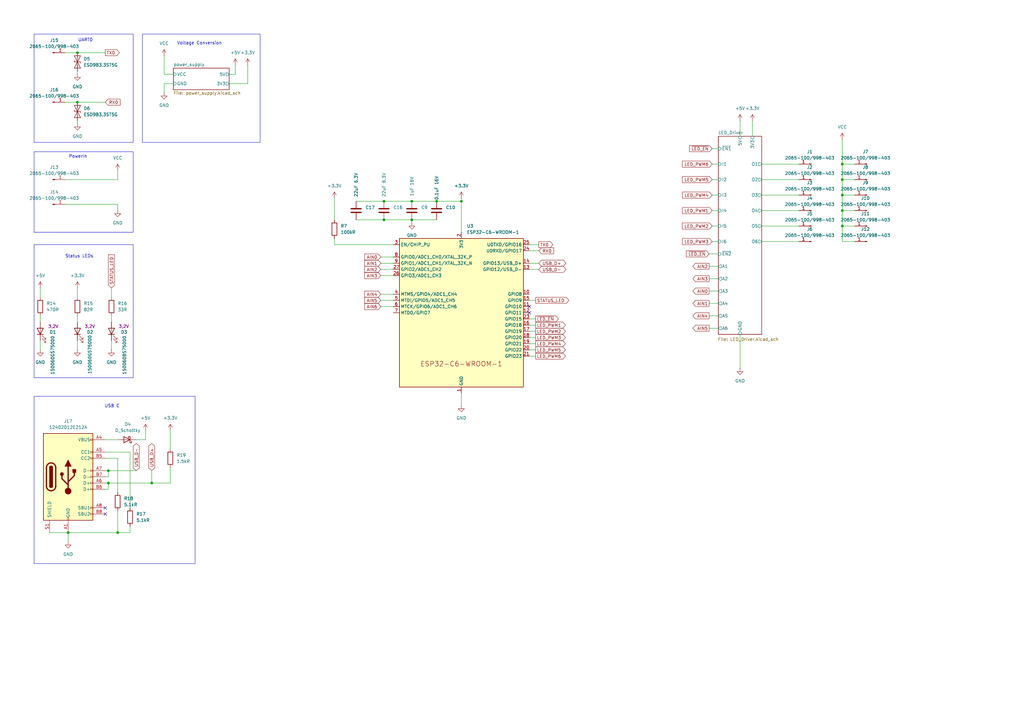
<source format=kicad_sch>
(kicad_sch (version 20231120) (generator "eeschema") (generator_version "8.0")
  (paper "A3")
  (lib_symbols
    (symbol "Connector:Conn_01x01_Pin" (pin_names (offset 1.016) hide)
      (property "Reference" "J" (at 0 2.54 0))
      (property "Value" "Conn_01x01_Pin" (at 0 -2.54 0))
      (symbol "Conn_01x01_Pin_1_1"
        (polyline (pts (xy 1.27 0) (xy 0.8636 0)) (stroke (width 0.1524)))
        (rectangle (start 0.8636 0.127) (end 0 -0.127) (stroke (width 0.1524)) (fill (type outline)))
        (pin passive line (at 5.08 0 180) (length 3.81) (name "Pin_1") (number "1"))
      )
    )
    (symbol "Connector:USB_C_Receptacle_USB2.0_16P" (pin_names (offset 1.016))
      (property "Reference" "J" (at 0 22.225 0))
      (property "Value" "USB_C_Receptacle_USB2.0_16P" (at 0 19.685 0))
      (symbol "USB_C_Receptacle_USB2.0_16P_0_0"
        (rectangle (start -0.254 -17.78) (end 0.254 -16.764))
        (rectangle (start 10.16 -14.986) (end 9.144 -15.494))
        (rectangle (start 10.16 -12.446) (end 9.144 -12.954))
        (rectangle (start 10.16 -4.826) (end 9.144 -5.334))
        (rectangle (start 10.16 -2.286) (end 9.144 -2.794))
        (rectangle (start 10.16 0.254) (end 9.144 -0.254))
        (rectangle (start 10.16 2.794) (end 9.144 2.286))
        (rectangle (start 10.16 7.874) (end 9.144 7.366))
        (rectangle (start 10.16 10.414) (end 9.144 9.906))
        (rectangle (start 10.16 15.494) (end 9.144 14.986))
      )
      (symbol "USB_C_Receptacle_USB2.0_16P_0_1"
        (rectangle (start -10.16 17.78) (end 10.16 -17.78) (stroke (width 0.254)) (fill (type background)))
        (arc (start -8.89 -3.81) (mid -6.985 -5.7067) (end -5.08 -3.81) (stroke (width 0.508)))
        (arc (start -7.62 -3.81) (mid -6.985 -4.4423) (end -6.35 -3.81) (stroke (width 0.254)))
        (arc (start -7.62 -3.81) (mid -6.985 -4.4423) (end -6.35 -3.81) (stroke (width 0.254)) (fill (type outline)))
        (rectangle (start -7.62 -3.81) (end -6.35 3.81) (stroke (width 0.254)) (fill (type outline)))
        (arc (start -6.35 3.81) (mid -6.985 4.4423) (end -7.62 3.81) (stroke (width 0.254)))
        (arc (start -6.35 3.81) (mid -6.985 4.4423) (end -7.62 3.81) (stroke (width 0.254)) (fill (type outline)))
        (arc (start -5.08 3.81) (mid -6.985 5.7067) (end -8.89 3.81) (stroke (width 0.508)))
        (circle (center -2.54 1.143) (radius 0.635) (stroke (width 0.254)) (fill (type outline)))
        (circle (center 0 -5.842) (radius 1.27) (fill (type outline)))
        (polyline (pts (xy -8.89 -3.81) (xy -8.89 3.81)) (stroke (width 0.508)))
        (polyline (pts (xy -5.08 3.81) (xy -5.08 -3.81)) (stroke (width 0.508)))
        (polyline (pts (xy 0 -5.842) (xy 0 4.318)) (stroke (width 0.508)))
        (polyline (pts (xy 0 -3.302) (xy -2.54 -0.762) (xy -2.54 0.508)) (stroke (width 0.508)))
        (polyline (pts (xy 0 -2.032) (xy 2.54 0.508) (xy 2.54 1.778)) (stroke (width 0.508)))
        (polyline (pts (xy -1.27 4.318) (xy 0 6.858) (xy 1.27 4.318) (xy -1.27 4.318)) (stroke (width 0.254)) (fill (type outline)))
        (rectangle (start 1.905 1.778) (end 3.175 3.048) (stroke (width 0.254)) (fill (type outline)))
      )
      (symbol "USB_C_Receptacle_USB2.0_16P_1_1"
        (pin passive line (at 0 -22.86 90) (length 5.08) (name "GND") (number "A1"))
        (pin passive line (at 0 -22.86 90) (length 5.08) hide (name "GND") (number "A12"))
        (pin passive line (at 15.24 15.24 180) (length 5.08) (name "VBUS") (number "A4"))
        (pin bidirectional line (at 15.24 10.16 180) (length 5.08) (name "CC1") (number "A5"))
        (pin bidirectional line (at 15.24 -2.54 180) (length 5.08) (name "D+") (number "A6"))
        (pin bidirectional line (at 15.24 2.54 180) (length 5.08) (name "D-") (number "A7"))
        (pin bidirectional line (at 15.24 -12.7 180) (length 5.08) (name "SBU1") (number "A8"))
        (pin passive line (at 15.24 15.24 180) (length 5.08) hide (name "VBUS") (number "A9"))
        (pin passive line (at 0 -22.86 90) (length 5.08) hide (name "GND") (number "B1"))
        (pin passive line (at 0 -22.86 90) (length 5.08) hide (name "GND") (number "B12"))
        (pin passive line (at 15.24 15.24 180) (length 5.08) hide (name "VBUS") (number "B4"))
        (pin bidirectional line (at 15.24 7.62 180) (length 5.08) (name "CC2") (number "B5"))
        (pin bidirectional line (at 15.24 -5.08 180) (length 5.08) (name "D+") (number "B6"))
        (pin bidirectional line (at 15.24 0 180) (length 5.08) (name "D-") (number "B7"))
        (pin bidirectional line (at 15.24 -15.24 180) (length 5.08) (name "SBU2") (number "B8"))
        (pin passive line (at 15.24 15.24 180) (length 5.08) hide (name "VBUS") (number "B9"))
        (pin passive line (at -7.62 -22.86 90) (length 5.08) (name "SHIELD") (number "S1"))
      )
    )
    (symbol "Device:C" (pin_numbers hide) (pin_names (offset 0.254))
      (property "Reference" "C" (at 0.635 2.54 0))
      (property "Value" "C" (at 0.635 -2.54 0))
      (symbol "C_0_1"
        (polyline (pts (xy -2.032 -0.762) (xy 2.032 -0.762)) (stroke (width 0.508)))
        (polyline (pts (xy -2.032 0.762) (xy 2.032 0.762)) (stroke (width 0.508)))
      )
      (symbol "C_1_1"
        (pin passive line (at 0 3.81 270) (length 2.794) (name "~") (number "1"))
        (pin passive line (at 0 -3.81 90) (length 2.794) (name "~") (number "2"))
      )
    )
    (symbol "Device:D_Schottky" (pin_numbers hide) (pin_names (offset 1.016) hide)
      (property "Reference" "D" (at 0 2.54 0))
      (property "Value" "D_Schottky" (at 0 -2.54 0))
      (symbol "D_Schottky_0_1"
        (polyline (pts (xy 1.27 0) (xy -1.27 0)))
        (polyline (pts (xy 1.27 1.27) (xy 1.27 -1.27) (xy -1.27 0) (xy 1.27 1.27)) (stroke (width 0.254)))
        (polyline (pts (xy -1.905 0.635) (xy -1.905 1.27) (xy -1.27 1.27) (xy -1.27 -1.27) (xy -0.635 -1.27) (xy -0.635 -0.635)) (stroke (width 0.254)))
      )
      (symbol "D_Schottky_1_1"
        (pin passive line (at -3.81 0 0) (length 2.54) (name "K") (number "1"))
        (pin passive line (at 3.81 0 180) (length 2.54) (name "A") (number "2"))
      )
    )
    (symbol "Device:LED" (pin_numbers hide) (pin_names (offset 1.016) hide)
      (property "Reference" "D" (at 0 2.54 0))
      (property "Value" "LED" (at 0 -2.54 0))
      (symbol "LED_0_1"
        (polyline (pts (xy -1.27 -1.27) (xy -1.27 1.27)) (stroke (width 0.254)))
        (polyline (pts (xy -1.27 0) (xy 1.27 0)))
        (polyline (pts (xy 1.27 -1.27) (xy 1.27 1.27) (xy -1.27 0) (xy 1.27 -1.27)) (stroke (width 0.254)))
        (polyline (pts (xy -3.048 -0.762) (xy -4.572 -2.286) (xy -3.81 -2.286) (xy -4.572 -2.286) (xy -4.572 -1.524)))
        (polyline (pts (xy -1.778 -0.762) (xy -3.302 -2.286) (xy -2.54 -2.286) (xy -3.302 -2.286) (xy -3.302 -1.524)))
      )
      (symbol "LED_1_1"
        (pin passive line (at -3.81 0 0) (length 2.54) (name "K") (number "1"))
        (pin passive line (at 3.81 0 180) (length 2.54) (name "A") (number "2"))
      )
    )
    (symbol "Device:R" (pin_numbers hide) (pin_names (offset 0))
      (property "Reference" "R" (at 2.032 0 90))
      (property "Value" "R" (at 0 0 90))
      (symbol "R_0_1"
        (rectangle (start -1.016 -2.54) (end 1.016 2.54) (stroke (width 0.254)))
      )
      (symbol "R_1_1"
        (pin passive line (at 0 3.81 270) (length 1.27) (name "~") (number "1"))
        (pin passive line (at 0 -3.81 90) (length 1.27) (name "~") (number "2"))
      )
    )
    (symbol "Diode:ESD9B3.3ST5G" (pin_numbers hide) (pin_names (offset 1.016) hide)
      (property "Reference" "D" (at 0 2.54 0))
      (property "Value" "ESD9B3.3ST5G" (at 0 -2.54 0))
      (symbol "ESD9B3.3ST5G_0_1"
        (polyline (pts (xy 1.27 0) (xy -1.27 0)))
        (polyline (pts (xy -2.54 -1.27) (xy 0 0) (xy -2.54 1.27) (xy -2.54 -1.27)) (stroke (width 0.2032)))
        (polyline (pts (xy 0.508 1.27) (xy 0 1.27) (xy 0 -1.27) (xy -0.508 -1.27)) (stroke (width 0.2032)))
        (polyline (pts (xy 2.54 1.27) (xy 2.54 -1.27) (xy 0 0) (xy 2.54 1.27)) (stroke (width 0.2032)))
      )
      (symbol "ESD9B3.3ST5G_1_1"
        (pin passive line (at -3.81 0 0) (length 2.54) (name "A1") (number "1"))
        (pin passive line (at 3.81 0 180) (length 2.54) (name "A2") (number "2"))
      )
    )
    (symbol "PCM_Espressif:ESP32-C6-WROOM-1"
      (property "Reference" "U" (at -25.4 35.56 0))
      (property "Value" "ESP32-C6-WROOM-1" (at -25.4 33.02 0))
      (symbol "ESP32-C6-WROOM-1_0_0"
        (text "ESP32-C6-WROOM-1" (at 0 -20.955 0) (effects (font (size 2 2))))
      )
      (symbol "ESP32-C6-WROOM-1_0_1"
        (rectangle (start -25.4 30.48) (end 25.4 -30.48) (stroke (width 0.254)) (fill (type background)))
      )
      (symbol "ESP32-C6-WROOM-1_1_1"
        (pin power_in line (at 0 -33.02 90) (length 2.54) (name "GND") (number "1"))
        (pin bidirectional line (at 27.94 7.62 180) (length 2.54) (name "GPIO8") (number "10"))
        (pin bidirectional line (at 27.94 2.54 180) (length 2.54) (name "GPIO10") (number "11"))
        (pin bidirectional line (at 27.94 0 180) (length 2.54) (name "GPIO11") (number "12"))
        (pin bidirectional line (at 27.94 17.78 180) (length 2.54) (name "GPIO12/USB_D-") (number "13"))
        (pin bidirectional line (at 27.94 20.32 180) (length 2.54) (name "GPIO13/USB_D+") (number "14"))
        (pin bidirectional line (at 27.94 5.08 180) (length 2.54) (name "GPIO9") (number "15"))
        (pin bidirectional line (at 27.94 -5.08 180) (length 2.54) (name "GPIO18") (number "16"))
        (pin bidirectional line (at 27.94 -7.62 180) (length 2.54) (name "GPIO19") (number "17"))
        (pin bidirectional line (at 27.94 -10.16 180) (length 2.54) (name "GPIO20") (number "18"))
        (pin bidirectional line (at 27.94 -12.7 180) (length 2.54) (name "GPIO21") (number "19"))
        (pin power_in line (at 0 33.02 270) (length 2.54) (name "3V3") (number "2"))
        (pin bidirectional line (at 27.94 -15.24 180) (length 2.54) (name "GPIO22") (number "20"))
        (pin bidirectional line (at 27.94 -17.78 180) (length 2.54) (name "GPIO23") (number "21"))
        (pin no_connect line (at -25.4 -12.7 0) (length 2.54) hide (name "NC") (number "22"))
        (pin bidirectional line (at 27.94 -2.54 180) (length 2.54) (name "GPIO15") (number "23"))
        (pin bidirectional line (at 27.94 25.4 180) (length 2.54) (name "U0RXD/GPIO17") (number "24"))
        (pin bidirectional line (at 27.94 27.94 180) (length 2.54) (name "U0TXD/GPIO16") (number "25"))
        (pin bidirectional line (at -27.94 15.24 0) (length 2.54) (name "GPIO3/ADC1_CH3") (number "26"))
        (pin bidirectional line (at -27.94 17.78 0) (length 2.54) (name "GPIO2/ADC1_CH2") (number "27"))
        (pin passive line (at 0 -33.02 90) (length 2.54) hide (name "GND") (number "28"))
        (pin passive line (at 0 -33.02 90) (length 2.54) hide (name "GND") (number "29"))
        (pin input line (at -27.94 27.94 0) (length 2.54) (name "EN/CHIP_PU") (number "3"))
        (pin bidirectional line (at -27.94 7.62 0) (length 2.54) (name "MTMS/GPIO4/ADC1_CH4") (number "4"))
        (pin bidirectional line (at -27.94 5.08 0) (length 2.54) (name "MTDI/GPIO5/ADC1_CH5") (number "5"))
        (pin bidirectional line (at -27.94 2.54 0) (length 2.54) (name "MTCK/GPIO6/ADC1_CH6") (number "6"))
        (pin bidirectional line (at -27.94 0 0) (length 2.54) (name "MTDO/GPIO7") (number "7"))
        (pin bidirectional line (at -27.94 22.86 0) (length 2.54) (name "GPIO0/ADC1_CH0/XTAL_32K_P") (number "8"))
        (pin bidirectional line (at -27.94 20.32 0) (length 2.54) (name "GPIO1/ADC1_CH1/XTAL_32K_N") (number "9"))
      )
    )
    (symbol "power:+3.3V" (power) (pin_numbers hide) (pin_names (offset 0) hide)
      (property "Value" "+3.3V" (at 0 3.556 0))
      (symbol "+3.3V_0_1"
        (polyline (pts (xy -0.762 1.27) (xy 0 2.54)))
        (polyline (pts (xy 0 0) (xy 0 2.54)))
        (polyline (pts (xy 0 2.54) (xy 0.762 1.27)))
      )
      (symbol "+3.3V_1_1"
        (pin power_in line (at 0 0 90) (length 0) (name "~") (number "1"))
      )
    )
    (symbol "power:+5V" (power) (pin_numbers hide) (pin_names (offset 0) hide)
      (property "Value" "+5V" (at 0 3.556 0))
      (symbol "+5V_0_1"
        (polyline (pts (xy -0.762 1.27) (xy 0 2.54)))
        (polyline (pts (xy 0 0) (xy 0 2.54)))
        (polyline (pts (xy 0 2.54) (xy 0.762 1.27)))
      )
      (symbol "+5V_1_1"
        (pin power_in line (at 0 0 90) (length 0) (name "~") (number "1"))
      )
    )
    (symbol "power:GND" (power) (pin_numbers hide) (pin_names (offset 0) hide)
      (property "Value" "GND" (at 0 -3.81 0))
      (symbol "GND_0_1"
        (polyline (pts (xy 0 0) (xy 0 -1.27) (xy 1.27 -1.27) (xy 0 -2.54) (xy -1.27 -1.27) (xy 0 -1.27)))
      )
      (symbol "GND_1_1"
        (pin power_in line (at 0 0 270) (length 0) (name "~") (number "1"))
      )
    )
    (symbol "power:VCC" (power) (pin_numbers hide) (pin_names (offset 0) hide)
      (property "Value" "VCC" (at 0 3.556 0))
      (symbol "VCC_0_1"
        (polyline (pts (xy -0.762 1.27) (xy 0 2.54)))
        (polyline (pts (xy 0 0) (xy 0 2.54)))
        (polyline (pts (xy 0 2.54) (xy 0.762 1.27)))
      )
      (symbol "VCC_1_1"
        (pin power_in line (at 0 0 90) (length 0) (name "~") (number "1"))
      )
    )
  )
  (junction (at 345.44 67.31))
  (junction (at 189.23 82.55))
  (junction (at 345.44 86.36))
  (junction (at 31.75 21.59))
  (junction (at 168.91 82.55))
  (junction (at 345.44 73.66))
  (junction (at 168.91 90.17))
  (junction (at 27.94 218.44))
  (junction (at 345.44 80.01))
  (junction (at 179.07 82.55))
  (junction (at 31.75 41.91))
  (junction (at 157.48 90.17))
  (junction (at 44.45 198.12))
  (junction (at 44.45 193.04))
  (junction (at 48.26 218.44))
  (junction (at 62.23 198.12))
  (junction (at 157.48 82.55))
  (junction (at 345.44 92.71))
  (no_connect (at 43.18 210.82))
  (no_connect (at 43.18 208.28))
  (no_connect (at 217.17 128.27))
  (no_connect (at 217.17 125.73))
  (wire (pts (xy 217.17 143.51) (xy 219.71 143.51)))
  (wire (pts (xy 93.98 34.29) (xy 101.6 34.29)))
  (wire (pts (xy 217.17 130.81) (xy 219.71 130.81)))
  (wire (pts (xy 43.18 187.96) (xy 48.26 187.96)))
  (wire (pts (xy 168.91 82.55) (xy 179.07 82.55)))
  (wire (pts (xy 292.1 80.01) (xy 294.64 80.01)))
  (wire (pts (xy 312.42 86.36) (xy 327.66 86.36)))
  (wire (pts (xy 217.17 110.49) (xy 220.98 110.49)))
  (wire (pts (xy 44.45 195.58) (xy 44.45 193.04)))
  (wire (pts (xy 292.1 86.36) (xy 294.64 86.36)))
  (wire (pts (xy 146.05 82.55) (xy 157.48 82.55)))
  (wire (pts (xy 31.75 21.59) (xy 43.18 21.59)))
  (wire (pts (xy 45.72 118.11) (xy 45.72 121.92)))
  (wire (pts (xy 26.67 21.59) (xy 31.75 21.59)))
  (wire (pts (xy 189.23 82.55) (xy 189.23 95.25)))
  (wire (pts (xy 96.52 30.48) (xy 96.52 26.67)))
  (wire (pts (xy 156.21 113.03) (xy 161.29 113.03)))
  (wire (pts (xy 156.21 110.49) (xy 161.29 110.49)))
  (wire (pts (xy 292.1 60.96) (xy 294.64 60.96)))
  (wire (pts (xy 43.18 180.34) (xy 48.26 180.34)))
  (wire (pts (xy 45.72 129.54) (xy 45.72 132.08)))
  (wire (pts (xy 189.23 161.29) (xy 189.23 166.37)))
  (wire (pts (xy 44.45 200.66) (xy 44.45 198.12)))
  (wire (pts (xy 217.17 135.89) (xy 219.71 135.89)))
  (wire (pts (xy 308.61 49.53) (xy 308.61 55.88)))
  (wire (pts (xy 292.1 92.71) (xy 294.64 92.71)))
  (wire (pts (xy 137.16 100.33) (xy 161.29 100.33)))
  (wire (pts (xy 303.53 137.16) (xy 303.53 151.13)))
  (wire (pts (xy 217.17 107.95) (xy 220.98 107.95)))
  (wire (pts (xy 55.88 180.34) (xy 59.69 180.34)))
  (wire (pts (xy 67.31 30.48) (xy 71.12 30.48)))
  (wire (pts (xy 31.75 41.91) (xy 43.18 41.91)))
  (wire (pts (xy 345.44 92.71) (xy 350.52 92.71)))
  (wire (pts (xy 217.17 140.97) (xy 219.71 140.97)))
  (wire (pts (xy 26.67 41.91) (xy 31.75 41.91)))
  (wire (pts (xy 48.26 187.96) (xy 48.26 201.93)))
  (wire (pts (xy 31.75 139.7) (xy 31.75 143.51)))
  (wire (pts (xy 303.53 49.53) (xy 303.53 55.88)))
  (wire (pts (xy 312.42 92.71) (xy 327.66 92.71)))
  (wire (pts (xy 156.21 125.73) (xy 161.29 125.73)))
  (wire (pts (xy 43.18 195.58) (xy 44.45 195.58)))
  (wire (pts (xy 345.44 73.66) (xy 345.44 80.01)))
  (wire (pts (xy 59.69 180.34) (xy 59.69 176.53)))
  (wire (pts (xy 290.83 129.54) (xy 294.64 129.54)))
  (wire (pts (xy 27.94 218.44) (xy 48.26 218.44)))
  (wire (pts (xy 217.17 138.43) (xy 219.71 138.43)))
  (wire (pts (xy 48.26 209.55) (xy 48.26 218.44)))
  (wire (pts (xy 189.23 81.28) (xy 189.23 82.55)))
  (wire (pts (xy 69.85 176.53) (xy 69.85 184.15)))
  (wire (pts (xy 48.26 83.82) (xy 26.67 83.82)))
  (wire (pts (xy 43.18 200.66) (xy 44.45 200.66)))
  (wire (pts (xy 345.44 67.31) (xy 345.44 73.66)))
  (wire (pts (xy 345.44 67.31) (xy 350.52 67.31)))
  (wire (pts (xy 31.75 49.53) (xy 31.75 50.8)))
  (wire (pts (xy 292.1 73.66) (xy 294.64 73.66)))
  (wire (pts (xy 48.26 218.44) (xy 53.34 218.44)))
  (wire (pts (xy 156.21 120.65) (xy 161.29 120.65)))
  (wire (pts (xy 290.83 134.62) (xy 294.64 134.62)))
  (wire (pts (xy 292.1 67.31) (xy 294.64 67.31)))
  (wire (pts (xy 290.83 109.22) (xy 294.64 109.22)))
  (wire (pts (xy 345.44 73.66) (xy 350.52 73.66)))
  (wire (pts (xy 290.83 114.3) (xy 294.64 114.3)))
  (wire (pts (xy 67.31 30.48) (xy 67.31 22.86)))
  (wire (pts (xy 290.83 119.38) (xy 294.64 119.38)))
  (wire (pts (xy 345.44 86.36) (xy 345.44 92.71)))
  (wire (pts (xy 312.42 67.31) (xy 327.66 67.31)))
  (wire (pts (xy 16.51 118.11) (xy 16.51 121.92)))
  (wire (pts (xy 290.83 104.14) (xy 294.64 104.14)))
  (wire (pts (xy 16.51 139.7) (xy 16.51 143.51)))
  (wire (pts (xy 345.44 80.01) (xy 345.44 86.36)))
  (wire (pts (xy 156.21 123.19) (xy 161.29 123.19)))
  (wire (pts (xy 217.17 133.35) (xy 219.71 133.35)))
  (wire (pts (xy 43.18 185.42) (xy 53.34 185.42)))
  (wire (pts (xy 156.21 105.41) (xy 161.29 105.41)))
  (wire (pts (xy 312.42 80.01) (xy 327.66 80.01)))
  (wire (pts (xy 137.16 81.28) (xy 137.16 90.17)))
  (wire (pts (xy 53.34 218.44) (xy 53.34 215.9)))
  (wire (pts (xy 20.32 218.44) (xy 27.94 218.44)))
  (wire (pts (xy 345.44 99.06) (xy 350.52 99.06)))
  (wire (pts (xy 69.85 198.12) (xy 69.85 191.77)))
  (wire (pts (xy 217.17 100.33) (xy 220.98 100.33)))
  (wire (pts (xy 137.16 97.79) (xy 137.16 100.33)))
  (wire (pts (xy 157.48 82.55) (xy 168.91 82.55)))
  (wire (pts (xy 26.67 73.66) (xy 48.26 73.66)))
  (wire (pts (xy 217.17 146.05) (xy 219.71 146.05)))
  (wire (pts (xy 62.23 198.12) (xy 44.45 198.12)))
  (wire (pts (xy 345.44 92.71) (xy 345.44 99.06)))
  (wire (pts (xy 217.17 102.87) (xy 220.98 102.87)))
  (wire (pts (xy 48.26 86.36) (xy 48.26 83.82)))
  (wire (pts (xy 16.51 129.54) (xy 16.51 132.08)))
  (wire (pts (xy 345.44 57.15) (xy 345.44 67.31)))
  (wire (pts (xy 290.83 124.46) (xy 294.64 124.46)))
  (wire (pts (xy 62.23 193.04) (xy 62.23 198.12)))
  (wire (pts (xy 345.44 86.36) (xy 350.52 86.36)))
  (wire (pts (xy 312.42 73.66) (xy 327.66 73.66)))
  (wire (pts (xy 157.48 90.17) (xy 168.91 90.17)))
  (wire (pts (xy 312.42 99.06) (xy 327.66 99.06)))
  (wire (pts (xy 96.52 30.48) (xy 93.98 30.48)))
  (wire (pts (xy 31.75 118.11) (xy 31.75 121.92)))
  (wire (pts (xy 62.23 198.12) (xy 69.85 198.12)))
  (wire (pts (xy 45.72 139.7) (xy 45.72 143.51)))
  (wire (pts (xy 292.1 99.06) (xy 294.64 99.06)))
  (wire (pts (xy 67.31 34.29) (xy 71.12 34.29)))
  (wire (pts (xy 168.91 90.17) (xy 168.91 91.44)))
  (wire (pts (xy 168.91 90.17) (xy 179.07 90.17)))
  (wire (pts (xy 67.31 38.1) (xy 67.31 34.29)))
  (wire (pts (xy 53.34 185.42) (xy 53.34 208.28)))
  (wire (pts (xy 345.44 80.01) (xy 350.52 80.01)))
  (wire (pts (xy 48.26 73.66) (xy 48.26 69.85)))
  (wire (pts (xy 31.75 129.54) (xy 31.75 132.08)))
  (wire (pts (xy 179.07 82.55) (xy 189.23 82.55)))
  (wire (pts (xy 44.45 193.04) (xy 55.88 193.04)))
  (wire (pts (xy 27.94 218.44) (xy 27.94 222.25)))
  (wire (pts (xy 146.05 90.17) (xy 157.48 90.17)))
  (wire (pts (xy 43.18 193.04) (xy 44.45 193.04)))
  (wire (pts (xy 156.21 107.95) (xy 161.29 107.95)))
  (wire (pts (xy 44.45 198.12) (xy 43.18 198.12)))
  (wire (pts (xy 217.17 123.19) (xy 219.71 123.19)))
  (wire (pts (xy 101.6 34.29) (xy 101.6 26.67)))
  (wire (pts (xy 31.75 29.21) (xy 31.75 30.48)))
  (rectangle (start 13.97 162.56) (end 80.01 231.14))
  (rectangle (start 13.97 100.33) (end 54.61 154.94))
  (rectangle (start 13.97 62.23) (end 54.61 95.25))
  (rectangle (start 13.97 13.97) (end 54.61 58.42))
  (rectangle (start 58.42 13.97) (end 106.68 58.42))
  (text "UART0" (at 35.052 16.51 0) (effects (font (size 1.27 1.27))))
  (text "Status LEDs" (at 32.512 105.156 0) (effects (font (size 1.27 1.27))))
  (text "PowerIn" (at 32.004 64.262 0) (effects (font (size 1.27 1.27))))
  (text "USB C" (at 45.974 166.624 0) (effects (font (size 1.27 1.27))))
  (text "Voltage Conversion" (at 81.788 17.78 0) (effects (font (size 1.27 1.27))))
  (global_label "USB_D+" (shape bidirectional) (at 62.23 193.04 90) (property "Intersheetrefs" "${INTERSHEET_REFS}" (effects (hide yes))))
  (global_label "AIN5" (shape input) (at 156.21 123.19 180) (property "Intersheetrefs" "${INTERSHEET_REFS}" (effects (hide yes))))
  (global_label "LED_PWM3" (shape output) (at 219.71 138.43 0) (property "Intersheetrefs" "${INTERSHEET_REFS}" (effects (hide yes))))
  (global_label "STATUS_LED" (shape output) (at 219.71 123.19 0) (property "Intersheetrefs" "${INTERSHEET_REFS}" (effects (hide yes))))
  (global_label "LED_PWM1" (shape output) (at 219.71 133.35 0) (property "Intersheetrefs" "${INTERSHEET_REFS}" (effects (hide yes))))
  (global_label "LED_PWM2" (shape output) (at 219.71 135.89 0) (property "Intersheetrefs" "${INTERSHEET_REFS}" (effects (hide yes))))
  (global_label "USB_D-" (shape bidirectional) (at 220.98 110.49 0) (property "Intersheetrefs" "${INTERSHEET_REFS}" (effects (hide yes))))
  (global_label "RX0" (shape input) (at 220.98 102.87 0) (property "Intersheetrefs" "${INTERSHEET_REFS}" (effects (hide yes))))
  (global_label "AIN6" (shape input) (at 156.21 125.73 180) (property "Intersheetrefs" "${INTERSHEET_REFS}" (effects (hide yes))))
  (global_label "AIN0" (shape output) (at 290.83 119.38 180) (property "Intersheetrefs" "${INTERSHEET_REFS}" (effects (hide yes))))
  (global_label "AIN3" (shape input) (at 156.21 113.03 180) (property "Intersheetrefs" "${INTERSHEET_REFS}" (effects (hide yes))))
  (global_label "LED_PWM4" (shape output) (at 219.71 140.97 0) (property "Intersheetrefs" "${INTERSHEET_REFS}" (effects (hide yes))))
  (global_label "~{LED_EN}" (shape input) (at 290.83 104.14 180) (property "Intersheetrefs" "${INTERSHEET_REFS}" (effects (hide yes))))
  (global_label "AIN4" (shape output) (at 290.83 129.54 180) (property "Intersheetrefs" "${INTERSHEET_REFS}" (effects (hide yes))))
  (global_label "AIN2" (shape output) (at 290.83 109.22 180) (property "Intersheetrefs" "${INTERSHEET_REFS}" (effects (hide yes))))
  (global_label "USB_D-" (shape bidirectional) (at 55.88 193.04 90) (property "Intersheetrefs" "${INTERSHEET_REFS}" (effects (hide yes))))
  (global_label "~{LED_EN}" (shape output) (at 219.71 130.81 0) (property "Intersheetrefs" "${INTERSHEET_REFS}" (effects (hide yes))))
  (global_label "LED_PWM2" (shape input) (at 292.1 92.71 180) (property "Intersheetrefs" "${INTERSHEET_REFS}" (effects (hide yes))))
  (global_label "AIN0" (shape input) (at 156.21 105.41 180) (property "Intersheetrefs" "${INTERSHEET_REFS}" (effects (hide yes))))
  (global_label "LED_PWM6" (shape input) (at 292.1 67.31 180) (property "Intersheetrefs" "${INTERSHEET_REFS}" (effects (hide yes))))
  (global_label "LED_PWM3" (shape input) (at 292.1 99.06 180) (property "Intersheetrefs" "${INTERSHEET_REFS}" (effects (hide yes))))
  (global_label "TX0" (shape output) (at 43.18 21.59 0) (property "Intersheetrefs" "${INTERSHEET_REFS}" (effects (hide yes))))
  (global_label "TX0" (shape output) (at 220.98 100.33 0) (property "Intersheetrefs" "${INTERSHEET_REFS}" (effects (hide yes))))
  (global_label "AIN1" (shape output) (at 290.83 124.46 180) (property "Intersheetrefs" "${INTERSHEET_REFS}" (effects (hide yes))))
  (global_label "LED_PWM4" (shape input) (at 292.1 80.01 180) (property "Intersheetrefs" "${INTERSHEET_REFS}" (effects (hide yes))))
  (global_label "AIN2" (shape input) (at 156.21 110.49 180) (property "Intersheetrefs" "${INTERSHEET_REFS}" (effects (hide yes))))
  (global_label "LED_PWM6" (shape output) (at 219.71 146.05 0) (property "Intersheetrefs" "${INTERSHEET_REFS}" (effects (hide yes))))
  (global_label "AIN5" (shape output) (at 290.83 134.62 180) (property "Intersheetrefs" "${INTERSHEET_REFS}" (effects (hide yes))))
  (global_label "LED_PWM5" (shape output) (at 219.71 143.51 0) (property "Intersheetrefs" "${INTERSHEET_REFS}" (effects (hide yes))))
  (global_label "AIN3" (shape output) (at 290.83 114.3 180) (property "Intersheetrefs" "${INTERSHEET_REFS}" (effects (hide yes))))
  (global_label "STATUS_LED" (shape input) (at 45.72 118.11 90) (property "Intersheetrefs" "${INTERSHEET_REFS}" (effects (hide yes))))
  (global_label "RX0" (shape input) (at 43.18 41.91 0) (property "Intersheetrefs" "${INTERSHEET_REFS}" (effects (hide yes))))
  (global_label "USB_D+" (shape bidirectional) (at 220.98 107.95 0) (property "Intersheetrefs" "${INTERSHEET_REFS}" (effects (hide yes))))
  (global_label "LED_PWM5" (shape input) (at 292.1 73.66 180) (property "Intersheetrefs" "${INTERSHEET_REFS}" (effects (hide yes))))
  (global_label "LED_PWM1" (shape input) (at 292.1 86.36 180) (property "Intersheetrefs" "${INTERSHEET_REFS}" (effects (hide yes))))
  (global_label "AIN4" (shape input) (at 156.21 120.65 180) (property "Intersheetrefs" "${INTERSHEET_REFS}" (effects (hide yes))))
  (global_label "~{LED_EN}" (shape input) (at 292.1 60.96 180) (property "Intersheetrefs" "${INTERSHEET_REFS}" (effects (hide yes))))
  (global_label "AIN1" (shape input) (at 156.21 107.95 180) (property "Intersheetrefs" "${INTERSHEET_REFS}" (effects (hide yes))))
  (symbol (lib_id "power:GND") (at 31.75 50.8 0) (unit 1)
    (property "Reference" "#PWR020" (effects (hide yes)))
    (property "Value" "GND" (at 31.75 55.88 0))
    (property "Description" "Power symbol creates a global label with name \"GND\" , ground" (effects (hide yes)))
  )
  (symbol (lib_id "Device:C") (at 157.48 86.36 0) (unit 1)
    (property "Reference" "C16" (at 161.29 85.0899 0) (effects (justify left)))
    (property "Value" "22uF 6.3V" (at 157.48 80.772 90) (effects (justify left)))
    (property "Footprint" "Capacitor_SMD:C_0805_2012Metric_Pad1.18x1.45mm_HandSolder" (effects (hide yes)))
    (property "Description" "Unpolarized capacitor" (effects (hide yes)))
    (property "ID" "CL21A226KQCLRNC" (effects (hide yes)))
    (property "V" "6.3" (effects (hide yes)))
  )
  (symbol (lib_id "power:VCC") (at 67.31 22.86 0) (unit 1)
    (property "Reference" "#PWR03" (effects (hide yes)))
    (property "Value" "VCC" (at 67.31 17.78 0))
    (property "Description" "Power symbol creates a global label with name \"VCC\"" (effects (hide yes)))
  )
  (symbol (lib_id "Connector:Conn_01x01_Pin") (at 21.59 41.91 0) (unit 1)
    (property "Reference" "J16" (at 22.225 36.83 0))
    (property "Value" "2065-100/998-403" (at 22.225 39.37 0))
    (property "Footprint" "footprints:CONN_2065-100&slash_998-403_WAG" (effects (hide yes)))
    (property "Datasheet" "https://www.wago.com/global/products/datasheets/Datasheet.pdf?product=2065-100/998-403&lang=en" (effects (hide yes)))
    (property "Description" "Generic connector, single row, 01x01, script generated" (effects (hide yes)))
  )
  (symbol (lib_id "PCM_Espressif:ESP32-C6-WROOM-1") (at 189.23 128.27 0) (unit 1)
    (property "Reference" "U3" (at 191.4241 92.71 0) (effects (justify left)))
    (property "Value" "ESP32-C6-WROOM-1" (at 191.4241 95.25 0) (effects (justify left)))
    (property "Footprint" "PCM_Espressif:ESP32-C6-WROOM-1" (effects (hide yes)))
    (property "Datasheet" "https://www.espressif.com/sites/default/files/documentation/esp32-c6-wroom-1_wroom-1u_datasheet_en.pdf" (effects (hide yes)))
    (property "Description" "ESP32-C6-WROOM-1/U is a module that supports 2.4 GHz Wi-Fi 6 (802.11 ax), Bluetooth® 5 (LE), Zigbee and Thread (802.15.4)" (effects (hide yes)))
  )
  (symbol (lib_id "power:GND") (at 16.51 143.51 0) (unit 1)
    (property "Reference" "#PWR014" (effects (hide yes)))
    (property "Value" "GND" (at 16.51 148.59 0))
    (property "Description" "Power symbol creates a global label with name \"GND\" , ground" (effects (hide yes)))
  )
  (symbol (lib_id "power:GND") (at 48.26 86.36 0) (unit 1)
    (property "Reference" "#PWR011" (effects (hide yes)))
    (property "Value" "GND" (at 48.26 91.44 0))
    (property "Description" "Power symbol creates a global label with name \"GND\" , ground" (effects (hide yes)))
  )
  (symbol (lib_id "Connector:Conn_01x01_Pin") (at 332.74 73.66 180) (unit 1)
    (property "Reference" "J2" (at 332.105 68.58 0))
    (property "Value" "2065-100/998-403" (at 332.105 71.12 0))
    (property "Footprint" "footprints:CONN_2065-100&slash_998-403_WAG" (effects (hide yes)))
    (property "Datasheet" "https://www.wago.com/global/products/datasheets/Datasheet.pdf?product=2065-100/998-403&lang=en" (effects (hide yes)))
    (property "Description" "Generic connector, single row, 01x01, script generated" (effects (hide yes)))
  )
  (symbol (lib_id "Connector:Conn_01x01_Pin") (at 355.6 86.36 180) (unit 1)
    (property "Reference" "J10" (at 354.965 81.28 0))
    (property "Value" "2065-100/998-403" (at 354.965 83.82 0))
    (property "Footprint" "footprints:CONN_2065-100&slash_998-403_WAG" (effects (hide yes)))
    (property "Datasheet" "https://www.wago.com/global/products/datasheets/Datasheet.pdf?product=2065-100/998-403&lang=en" (effects (hide yes)))
    (property "Description" "Generic connector, single row, 01x01, script generated" (effects (hide yes)))
  )
  (symbol (lib_id "Diode:ESD9B3.3ST5G") (at 31.75 45.72 90) (unit 1)
    (property "Reference" "D6" (at 34.29 44.4499 90) (effects (justify right)))
    (property "Value" "ESD9B3.3ST5G" (at 34.29 46.9899 90) (effects (justify right)))
    (property "Footprint" "Diode_SMD:D_SOD-923" (effects (hide yes)))
    (property "Datasheet" "https://www.onsemi.com/pub/Collateral/ESD9B-D.PDF" (effects (hide yes)))
    (property "Description" "ESD protection diode, 3.3Vrwm, SOD-923" (effects (hide yes)))
  )
  (symbol (lib_id "power:+3.3V") (at 137.16 81.28 0) (unit 1)
    (property "Reference" "#PWR021" (effects (hide yes)))
    (property "Value" "+3.3V" (at 137.16 76.2 0))
    (property "Description" "Power symbol creates a global label with name \"+3.3V\"" (effects (hide yes)))
  )
  (symbol (lib_id "Connector:Conn_01x01_Pin") (at 355.6 92.71 180) (unit 1)
    (property "Reference" "J11" (at 354.965 87.63 0))
    (property "Value" "2065-100/998-403" (at 354.965 90.17 0))
    (property "Footprint" "footprints:CONN_2065-100&slash_998-403_WAG" (effects (hide yes)))
    (property "Datasheet" "https://www.wago.com/global/products/datasheets/Datasheet.pdf?product=2065-100/998-403&lang=en" (effects (hide yes)))
    (property "Description" "Generic connector, single row, 01x01, script generated" (effects (hide yes)))
  )
  (symbol (lib_id "Connector:Conn_01x01_Pin") (at 332.74 99.06 180) (unit 1)
    (property "Reference" "J6" (at 332.105 93.98 0))
    (property "Value" "2065-100/998-403" (at 332.105 96.52 0))
    (property "Footprint" "footprints:CONN_2065-100&slash_998-403_WAG" (effects (hide yes)))
    (property "Datasheet" "https://www.wago.com/global/products/datasheets/Datasheet.pdf?product=2065-100/998-403&lang=en" (effects (hide yes)))
    (property "Description" "Generic connector, single row, 01x01, script generated" (effects (hide yes)))
  )
  (symbol (lib_id "power:GND") (at 189.23 166.37 0) (unit 1)
    (property "Reference" "#PWR06" (effects (hide yes)))
    (property "Value" "GND" (at 189.23 171.45 0))
    (property "Description" "Power symbol creates a global label with name \"GND\" , ground" (effects (hide yes)))
  )
  (symbol (lib_id "power:+5V") (at 303.53 49.53 0) (unit 1)
    (property "Reference" "#PWR08" (effects (hide yes)))
    (property "Value" "+5V" (at 303.53 44.45 0))
    (property "Description" "Power symbol creates a global label with name \"+5V\"" (effects (hide yes)))
  )
  (symbol (lib_id "power:+5V") (at 96.52 26.67 0) (unit 1)
    (property "Reference" "#PWR04" (effects (hide yes)))
    (property "Value" "+5V" (at 96.52 21.59 0))
    (property "Description" "Power symbol creates a global label with name \"+5V\"" (effects (hide yes)))
  )
  (symbol (lib_id "Connector:USB_C_Receptacle_USB2.0_16P") (at 27.94 195.58 0) (unit 1)
    (property "Reference" "J17" (at 27.94 172.72 0))
    (property "Value" "12402012E212A" (at 27.94 175.26 0))
    (property "Datasheet" "https://www.usb.org/sites/default/files/documents/usb_type-c.zip" (effects (hide yes)))
    (property "Description" "USB 2.0-only 16P Type-C Receptacle connector" (effects (hide yes)))
  )
  (symbol (lib_id "Device:C") (at 146.05 86.36 0) (unit 1)
    (property "Reference" "C17" (at 149.86 85.0899 0) (effects (justify left)))
    (property "Value" "22uF 6.3V" (at 146.05 80.772 90) (effects (justify left)))
    (property "Footprint" "Capacitor_SMD:C_0805_2012Metric_Pad1.18x1.45mm_HandSolder" (effects (hide yes)))
    (property "Description" "Unpolarized capacitor" (effects (hide yes)))
    (property "ID" "CL21A226KQCLRNC" (effects (hide yes)))
    (property "V" "6.3" (effects (hide yes)))
  )
  (symbol (lib_id "power:+3.3V") (at 69.85 176.53 0) (unit 1)
    (property "Reference" "#PWR023" (effects (hide yes)))
    (property "Value" "+3.3V" (at 69.85 171.45 0))
    (property "Description" "Power symbol creates a global label with name \"+3.3V\"" (effects (hide yes)))
  )
  (symbol (lib_id "power:GND") (at 31.75 143.51 0) (unit 1)
    (property "Reference" "#PWR015" (effects (hide yes)))
    (property "Value" "GND" (at 31.75 148.59 0))
    (property "Description" "Power symbol creates a global label with name \"GND\" , ground" (effects (hide yes)))
  )
  (symbol (lib_id "Device:R") (at 48.26 205.74 180) (unit 1)
    (property "Reference" "R18" (at 50.8 204.4699 0) (effects (justify right)))
    (property "Value" "5.1kR" (at 50.8 207.0099 0) (effects (justify right)))
    (property "Description" "Resistor" (effects (hide yes)))
  )
  (symbol (lib_id "power:VCC") (at 345.44 57.15 0) (unit 1)
    (property "Reference" "#PWR07" (effects (hide yes)))
    (property "Value" "VCC" (at 345.44 52.07 0))
    (property "Description" "Power symbol creates a global label with name \"VCC\"" (effects (hide yes)))
  )
  (symbol (lib_id "Device:C") (at 179.07 86.36 0) (unit 1)
    (property "Reference" "C10" (at 182.88 85.0899 0) (effects (justify left)))
    (property "Value" "0.1uF 16V" (at 179.07 82.042 90) (effects (justify left)))
    (property "Footprint" "Capacitor_SMD:C_0402_1005Metric_Pad0.74x0.62mm_HandSolder" (effects (hide yes)))
    (property "Description" "Unpolarized capacitor" (effects (hide yes)))
    (property "ID" "C1005X7R1C104K050BC" (effects (hide yes)))
    (property "V" "16V" (effects (hide yes)))
  )
  (symbol (lib_id "power:+5V") (at 16.51 118.11 0) (unit 1)
    (property "Reference" "#PWR012" (effects (hide yes)))
    (property "Value" "+5V" (at 16.51 113.03 0))
    (property "Description" "Power symbol creates a global label with name \"+5V\"" (effects (hide yes)))
  )
  (symbol (lib_id "Connector:Conn_01x01_Pin") (at 21.59 21.59 0) (unit 1)
    (property "Reference" "J15" (at 22.225 16.51 0))
    (property "Value" "2065-100/998-403" (at 22.225 19.05 0))
    (property "Footprint" "footprints:CONN_2065-100&slash_998-403_WAG" (effects (hide yes)))
    (property "Datasheet" "https://www.wago.com/global/products/datasheets/Datasheet.pdf?product=2065-100/998-403&lang=en" (effects (hide yes)))
    (property "Description" "Generic connector, single row, 01x01, script generated" (effects (hide yes)))
  )
  (symbol (lib_id "power:GND") (at 31.75 30.48 0) (unit 1)
    (property "Reference" "#PWR019" (effects (hide yes)))
    (property "Value" "GND" (at 31.75 35.56 0))
    (property "Description" "Power symbol creates a global label with name \"GND\" , ground" (effects (hide yes)))
  )
  (symbol (lib_id "power:+3.3V") (at 31.75 118.11 0) (unit 1)
    (property "Reference" "#PWR013" (effects (hide yes)))
    (property "Value" "+3.3V" (at 31.75 113.03 0))
    (property "Description" "Power symbol creates a global label with name \"+3.3V\"" (effects (hide yes)))
  )
  (symbol (lib_id "Device:C") (at 168.91 86.36 0) (unit 1)
    (property "Reference" "C9" (at 172.72 85.0899 0) (effects (justify left)))
    (property "Value" "1uF 16V" (at 168.91 80.518 90) (effects (justify left)))
    (property "Footprint" "Capacitor_SMD:C_0402_1005Metric_Pad0.74x0.62mm_HandSolder" (effects (hide yes)))
    (property "Description" "Unpolarized capacitor" (effects (hide yes)))
    (property "ID" "C1005X6S1C105K050BC" (effects (hide yes)))
    (property "V" "16V" (effects (hide yes)))
  )
  (symbol (lib_id "power:+5V") (at 59.69 176.53 0) (unit 1)
    (property "Reference" "#PWR017" (effects (hide yes)))
    (property "Value" "+5V" (at 59.69 171.45 0))
    (property "Description" "Power symbol creates a global label with name \"+5V\"" (effects (hide yes)))
  )
  (symbol (lib_id "Diode:ESD9B3.3ST5G") (at 31.75 25.4 90) (unit 1)
    (property "Reference" "D5" (at 34.29 24.1299 90) (effects (justify right)))
    (property "Value" "ESD9B3.3ST5G" (at 34.29 26.6699 90) (effects (justify right)))
    (property "Footprint" "Diode_SMD:D_SOD-923" (effects (hide yes)))
    (property "Datasheet" "https://www.onsemi.com/pub/Collateral/ESD9B-D.PDF" (effects (hide yes)))
    (property "Description" "ESD protection diode, 3.3Vrwm, SOD-923" (effects (hide yes)))
  )
  (symbol (lib_id "Device:R") (at 16.51 125.73 0) (unit 1)
    (property "Reference" "R14" (at 19.05 124.4599 0) (effects (justify left)))
    (property "Value" "470R" (at 19.05 126.9999 0) (effects (justify left)))
    (property "Footprint" "Resistor_SMD:R_0805_2012Metric" (effects (hide yes)))
    (property "Description" "Resistor" (effects (hide yes)))
  )
  (symbol (lib_id "Device:LED") (at 16.51 135.89 90) (unit 1)
    (property "Reference" "D1" (at 20.32 136.2074 90) (effects (justify right)))
    (property "Value" "150060GS75000" (at 21.59 137.668 0) (effects (justify right)))
    (property "Footprint" "LED_SMD:LED_0603_1608Metric" (effects (hide yes)))
    (property "Datasheet" "https://www.we-online.com/katalog/datasheet/150060GS75000.pdf" (effects (hide yes)))
    (property "Description" "Light emitting diode" (effects (hide yes)))
    (property "Vf" "3,2V" (at 21.844 133.858 90))
  )
  (symbol (lib_id "power:+3.3V") (at 101.6 26.67 0) (unit 1)
    (property "Reference" "#PWR05" (effects (hide yes)))
    (property "Value" "+3.3V" (at 101.6 21.59 0))
    (property "Description" "Power symbol creates a global label with name \"+3.3V\"" (effects (hide yes)))
  )
  (symbol (lib_id "Connector:Conn_01x01_Pin") (at 332.74 80.01 180) (unit 1)
    (property "Reference" "J3" (at 332.105 74.93 0))
    (property "Value" "2065-100/998-403" (at 332.105 77.47 0))
    (property "Footprint" "footprints:CONN_2065-100&slash_998-403_WAG" (effects (hide yes)))
    (property "Datasheet" "https://www.wago.com/global/products/datasheets/Datasheet.pdf?product=2065-100/998-403&lang=en" (effects (hide yes)))
    (property "Description" "Generic connector, single row, 01x01, script generated" (effects (hide yes)))
  )
  (symbol (lib_id "power:+3.3V") (at 308.61 49.53 0) (unit 1)
    (property "Reference" "#PWR024" (effects (hide yes)))
    (property "Value" "+3.3V" (at 308.61 44.45 0))
    (property "Description" "Power symbol creates a global label with name \"+3.3V\"" (effects (hide yes)))
  )
  (symbol (lib_id "Device:LED") (at 31.75 135.89 90) (unit 1)
    (property "Reference" "D2" (at 35.56 136.2074 90) (effects (justify right)))
    (property "Value" "150060GS75000" (at 36.83 137.414 0) (effects (justify right)))
    (property "Footprint" "LED_SMD:LED_0603_1608Metric" (effects (hide yes)))
    (property "Datasheet" "https://www.we-online.com/katalog/datasheet/150060GS75000.pdf" (effects (hide yes)))
    (property "Description" "Light emitting diode" (effects (hide yes)))
    (property "Vf" "3,2V" (at 36.83 133.858 90))
  )
  (symbol (lib_id "Connector:Conn_01x01_Pin") (at 355.6 80.01 180) (unit 1)
    (property "Reference" "J9" (at 354.965 74.93 0))
    (property "Value" "2065-100/998-403" (at 354.965 77.47 0))
    (property "Footprint" "footprints:CONN_2065-100&slash_998-403_WAG" (effects (hide yes)))
    (property "Datasheet" "https://www.wago.com/global/products/datasheets/Datasheet.pdf?product=2065-100/998-403&lang=en" (effects (hide yes)))
    (property "Description" "Generic connector, single row, 01x01, script generated" (effects (hide yes)))
  )
  (symbol (lib_id "Device:LED") (at 45.72 135.89 90) (unit 1)
    (property "Reference" "D3" (at 49.53 136.2074 90) (effects (justify right)))
    (property "Value" "150060BS75000" (at 51.054 137.668 0) (effects (justify right)))
    (property "Footprint" "LED_SMD:LED_0603_1608Metric" (effects (hide yes)))
    (property "Datasheet" "https://www.we-online.com/katalog/datasheet/150060BS75000.pdf" (effects (hide yes)))
    (property "Description" "Light emitting diode" (effects (hide yes)))
    (property "Vf" "3,2V" (at 50.8 133.858 90))
  )
  (symbol (lib_id "Connector:Conn_01x01_Pin") (at 355.6 73.66 180) (unit 1)
    (property "Reference" "J8" (at 354.965 68.58 0))
    (property "Value" "2065-100/998-403" (at 354.965 71.12 0))
    (property "Footprint" "footprints:CONN_2065-100&slash_998-403_WAG" (effects (hide yes)))
    (property "Datasheet" "https://www.wago.com/global/products/datasheets/Datasheet.pdf?product=2065-100/998-403&lang=en" (effects (hide yes)))
    (property "Description" "Generic connector, single row, 01x01, script generated" (effects (hide yes)))
  )
  (symbol (lib_id "Device:R") (at 45.72 125.73 0) (unit 1)
    (property "Reference" "R16" (at 48.26 124.4599 0) (effects (justify left)))
    (property "Value" "33R" (at 48.26 126.9999 0) (effects (justify left)))
    (property "Footprint" "Resistor_SMD:R_0805_2012Metric" (effects (hide yes)))
    (property "Description" "Resistor" (effects (hide yes)))
  )
  (symbol (lib_id "power:+3.3V") (at 189.23 81.28 0) (unit 1)
    (property "Reference" "#PWR01" (effects (hide yes)))
    (property "Value" "+3.3V" (at 189.23 76.2 0))
    (property "Description" "Power symbol creates a global label with name \"+3.3V\"" (effects (hide yes)))
  )
  (symbol (lib_id "power:VCC") (at 48.26 69.85 0) (unit 1)
    (property "Reference" "#PWR010" (effects (hide yes)))
    (property "Value" "VCC" (at 48.26 64.77 0))
    (property "Description" "Power symbol creates a global label with name \"VCC\"" (effects (hide yes)))
  )
  (symbol (lib_id "Device:R") (at 137.16 93.98 0) (unit 1)
    (property "Reference" "R7" (at 139.7 92.7099 0) (effects (justify left)))
    (property "Value" "100kR" (at 139.7 95.2499 0) (effects (justify left)))
    (property "Description" "Resistor" (effects (hide yes)))
  )
  (symbol (lib_id "Device:R") (at 53.34 212.09 180) (unit 1)
    (property "Reference" "R17" (at 55.88 210.8199 0) (effects (justify right)))
    (property "Value" "5.1kR" (at 55.88 213.3599 0) (effects (justify right)))
    (property "Description" "Resistor" (effects (hide yes)))
  )
  (symbol (lib_id "power:GND") (at 45.72 143.51 0) (unit 1)
    (property "Reference" "#PWR016" (effects (hide yes)))
    (property "Value" "GND" (at 45.72 148.59 0))
    (property "Description" "Power symbol creates a global label with name \"GND\" , ground" (effects (hide yes)))
  )
  (symbol (lib_id "Connector:Conn_01x01_Pin") (at 21.59 73.66 0) (unit 1)
    (property "Reference" "J13" (at 22.225 68.58 0))
    (property "Value" "2065-100/998-403" (at 22.225 71.12 0))
    (property "Footprint" "footprints:CONN_2065-100&slash_998-403_WAG" (effects (hide yes)))
    (property "Datasheet" "https://www.wago.com/global/products/datasheets/Datasheet.pdf?product=2065-100/998-403&lang=en" (effects (hide yes)))
    (property "Description" "Generic connector, single row, 01x01, script generated" (effects (hide yes)))
  )
  (symbol (lib_id "power:GND") (at 27.94 222.25 0) (unit 1)
    (property "Reference" "#PWR018" (effects (hide yes)))
    (property "Value" "GND" (at 27.94 227.33 0))
    (property "Description" "Power symbol creates a global label with name \"GND\" , ground" (effects (hide yes)))
  )
  (symbol (lib_id "Connector:Conn_01x01_Pin") (at 355.6 99.06 180) (unit 1)
    (property "Reference" "J12" (at 354.965 93.98 0))
    (property "Value" "2065-100/998-403" (at 354.965 96.52 0))
    (property "Footprint" "footprints:CONN_2065-100&slash_998-403_WAG" (effects (hide yes)))
    (property "Datasheet" "https://www.wago.com/global/products/datasheets/Datasheet.pdf?product=2065-100/998-403&lang=en" (effects (hide yes)))
    (property "Description" "Generic connector, single row, 01x01, script generated" (effects (hide yes)))
  )
  (symbol (lib_id "power:GND") (at 168.91 91.44 0) (unit 1)
    (property "Reference" "#PWR022" (effects (hide yes)))
    (property "Value" "GND" (at 168.91 96.52 0))
    (property "Description" "Power symbol creates a global label with name \"GND\" , ground" (effects (hide yes)))
  )
  (symbol (lib_id "power:GND") (at 67.31 38.1 0) (unit 1)
    (property "Reference" "#PWR02" (effects (hide yes)))
    (property "Value" "GND" (at 67.31 43.18 0))
    (property "Description" "Power symbol creates a global label with name \"GND\" , ground" (effects (hide yes)))
  )
  (symbol (lib_id "Device:D_Schottky") (at 52.07 180.34 180) (unit 1)
    (property "Reference" "D4" (at 52.3875 173.99 0))
    (property "Value" "D_Schottky" (at 52.3875 176.53 0))
    (property "Description" "Schottky diode" (effects (hide yes)))
  )
  (symbol (lib_id "Connector:Conn_01x01_Pin") (at 332.74 86.36 180) (unit 1)
    (property "Reference" "J4" (at 332.105 81.28 0))
    (property "Value" "2065-100/998-403" (at 332.105 83.82 0))
    (property "Footprint" "footprints:CONN_2065-100&slash_998-403_WAG" (effects (hide yes)))
    (property "Datasheet" "https://www.wago.com/global/products/datasheets/Datasheet.pdf?product=2065-100/998-403&lang=en" (effects (hide yes)))
    (property "Description" "Generic connector, single row, 01x01, script generated" (effects (hide yes)))
  )
  (symbol (lib_id "Device:R") (at 69.85 187.96 0) (unit 1)
    (property "Reference" "R19" (at 72.39 186.6899 0) (effects (justify left)))
    (property "Value" "1.5kR" (at 72.39 189.2299 0) (effects (justify left)))
    (property "Description" "Resistor" (effects (hide yes)))
  )
  (symbol (lib_id "Connector:Conn_01x01_Pin") (at 332.74 92.71 180) (unit 1)
    (property "Reference" "J5" (at 332.105 87.63 0))
    (property "Value" "2065-100/998-403" (at 332.105 90.17 0))
    (property "Footprint" "footprints:CONN_2065-100&slash_998-403_WAG" (effects (hide yes)))
    (property "Datasheet" "https://www.wago.com/global/products/datasheets/Datasheet.pdf?product=2065-100/998-403&lang=en" (effects (hide yes)))
    (property "Description" "Generic connector, single row, 01x01, script generated" (effects (hide yes)))
  )
  (symbol (lib_id "Connector:Conn_01x01_Pin") (at 21.59 83.82 0) (unit 1)
    (property "Reference" "J14" (at 22.225 78.74 0))
    (property "Value" "2065-100/998-403" (at 22.225 81.28 0))
    (property "Footprint" "footprints:CONN_2065-100&slash_998-403_WAG" (effects (hide yes)))
    (property "Datasheet" "https://www.wago.com/global/products/datasheets/Datasheet.pdf?product=2065-100/998-403&lang=en" (effects (hide yes)))
    (property "Description" "Generic connector, single row, 01x01, script generated" (effects (hide yes)))
  )
  (symbol (lib_id "Connector:Conn_01x01_Pin") (at 332.74 67.31 180) (unit 1)
    (property "Reference" "J1" (at 332.105 62.23 0))
    (property "Value" "2065-100/998-403" (at 332.105 64.77 0))
    (property "Footprint" "footprints:CONN_2065-100&slash_998-403_WAG" (effects (hide yes)))
    (property "Datasheet" "https://www.wago.com/global/products/datasheets/Datasheet.pdf?product=2065-100/998-403&lang=en" (effects (hide yes)))
    (property "Description" "Generic connector, single row, 01x01, script generated" (effects (hide yes)))
  )
  (symbol (lib_id "power:GND") (at 303.53 151.13 0) (unit 1)
    (property "Reference" "#PWR09" (effects (hide yes)))
    (property "Value" "GND" (at 303.53 156.21 0))
    (property "Description" "Power symbol creates a global label with name \"GND\" , ground" (effects (hide yes)))
  )
  (symbol (lib_id "Connector:Conn_01x01_Pin") (at 355.6 67.31 180) (unit 1)
    (property "Reference" "J7" (at 354.965 62.23 0))
    (property "Value" "2065-100/998-403" (at 354.965 64.77 0))
    (property "Footprint" "footprints:CONN_2065-100&slash_998-403_WAG" (effects (hide yes)))
    (property "Datasheet" "https://www.wago.com/global/products/datasheets/Datasheet.pdf?product=2065-100/998-403&lang=en" (effects (hide yes)))
    (property "Description" "Generic connector, single row, 01x01, script generated" (effects (hide yes)))
  )
  (symbol (lib_id "Device:R") (at 31.75 125.73 0) (unit 1)
    (property "Reference" "R15" (at 34.29 124.4599 0) (effects (justify left)))
    (property "Value" "82R" (at 34.29 126.9999 0) (effects (justify left)))
    (property "Footprint" "Resistor_SMD:R_0805_2012Metric" (effects (hide yes)))
    (property "Description" "Resistor" (effects (hide yes)))
  )
  (sheet (at 294.64 55.88) (size 17.78 81.28) (stroke (width 0.1524))
    (property "Sheetname" "LED_Driver" (at 294.64 55.1684 0) (effects (justify left bottom)))
    (property "Sheetfile" "LED_Driver.kicad_sch" (at 294.386 138.43 0) (effects (justify left top)))
    (pin "I2" input (at 294.64 73.66 180))
    (pin "I3" input (at 294.64 80.01 180))
    (pin "I4" input (at 294.64 86.36 180))
    (pin "I5" input (at 294.64 92.71 180))
    (pin "5V" input (at 303.53 55.88 90))
    (pin "GND" input (at 303.53 137.16 270))
    (pin "O3" output (at 312.42 80.01 0))
    (pin "O2" output (at 312.42 73.66 0))
    (pin "O4" output (at 312.42 86.36 0))
    (pin "I1" input (at 294.64 67.31 180))
    (pin "O1" output (at 312.42 67.31 0))
    (pin "I6" input (at 294.64 99.06 180))
    (pin "O6" output (at 312.42 99.06 0))
    (pin "O5" output (at 312.42 92.71 0))
    (pin "~{EN1}" input (at 294.64 60.96 180))
    (pin "~{EN2}" input (at 294.64 104.14 180))
    (pin "A3" output (at 294.64 119.38 180))
    (pin "A4" output (at 294.64 124.46 180))
    (pin "A6" output (at 294.64 134.62 180))
    (pin "A5" output (at 294.64 129.54 180))
    (pin "A2" output (at 294.64 114.3 180))
    (pin "A1" output (at 294.64 109.22 180))
    (pin "3V3" input (at 308.61 55.88 90))
  )
  (sheet (at 71.12 27.94) (size 22.86 8.89) (stroke (width 0.1524))
    (property "Sheetname" "power_supply" (at 71.12 27.2284 0) (effects (justify left bottom)))
    (property "Sheetfile" "power_supply.kicad_sch" (at 71.12 37.4146 0) (effects (justify left top)))
    (pin "VCC" input (at 71.12 30.48 180))
    (pin "GND" input (at 71.12 34.29 180))
    (pin "5V" output (at 93.98 30.48 0))
    (pin "3V3" output (at 93.98 34.29 0))
  )
)
</source>
